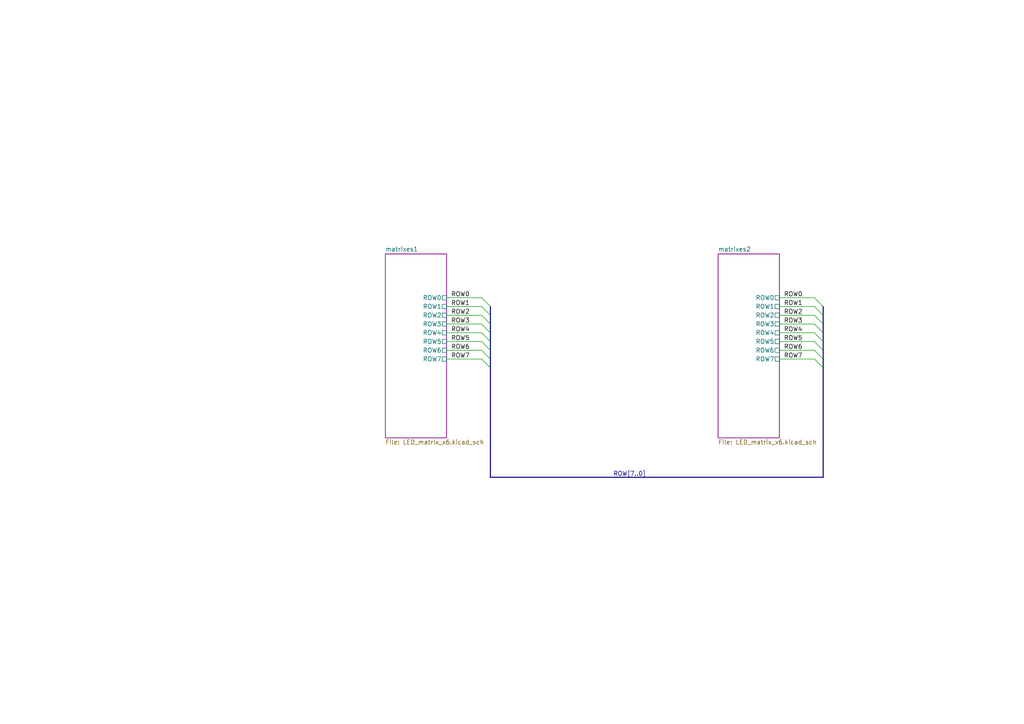
<source format=kicad_sch>
(kicad_sch (version 20201015) (generator eeschema)
  (paper "A4")
  (lib_symbols)
  (bus_alias "SPI" (members "MISO" "MOSI" "SCLK" "~CS"))
  (bus_alias "JTAG" (members "TCK" "TMS" "TDI" "TDO"))
  (bus_entry (at 139.7 86.36) (size 2.54 2.54) (stroke (width 0.1524)))
  (bus_entry (at 139.7 88.9) (size 2.54 2.54) (stroke (width 0.1524)))
  (bus_entry (at 139.7 91.44) (size 2.54 2.54) (stroke (width 0.1524)))
  (bus_entry (at 139.7 93.98) (size 2.54 2.54) (stroke (width 0.1524)))
  (bus_entry (at 139.7 96.52) (size 2.54 2.54) (stroke (width 0.1524)))
  (bus_entry (at 139.7 99.06) (size 2.54 2.54) (stroke (width 0.1524)))
  (bus_entry (at 139.7 101.6) (size 2.54 2.54) (stroke (width 0.1524)))
  (bus_entry (at 139.7 104.14) (size 2.54 2.54) (stroke (width 0.1524)))
  (bus_entry (at 236.22 86.36) (size 2.54 2.54) (stroke (width 0.1524)))
  (bus_entry (at 236.22 88.9) (size 2.54 2.54) (stroke (width 0.1524)))
  (bus_entry (at 236.22 91.44) (size 2.54 2.54) (stroke (width 0.1524)))
  (bus_entry (at 236.22 93.98) (size 2.54 2.54) (stroke (width 0.1524)))
  (bus_entry (at 236.22 96.52) (size 2.54 2.54) (stroke (width 0.1524)))
  (bus_entry (at 236.22 99.06) (size 2.54 2.54) (stroke (width 0.1524)))
  (bus_entry (at 236.22 101.6) (size 2.54 2.54) (stroke (width 0.1524)))
  (bus_entry (at 236.22 104.14) (size 2.54 2.54) (stroke (width 0.1524)))
  (wire (pts (xy 129.54 86.36) (xy 139.7 86.36)))
  (wire (pts (xy 129.54 88.9) (xy 139.7 88.9)))
  (wire (pts (xy 129.54 91.44) (xy 139.7 91.44)))
  (wire (pts (xy 129.54 93.98) (xy 139.7 93.98)))
  (wire (pts (xy 129.54 96.52) (xy 139.7 96.52)))
  (wire (pts (xy 129.54 99.06) (xy 139.7 99.06)))
  (wire (pts (xy 129.54 101.6) (xy 139.7 101.6)))
  (wire (pts (xy 129.54 104.14) (xy 139.7 104.14)))
  (wire (pts (xy 226.06 86.36) (xy 236.22 86.36)))
  (wire (pts (xy 226.06 88.9) (xy 236.22 88.9)))
  (wire (pts (xy 226.06 91.44) (xy 236.22 91.44)))
  (wire (pts (xy 226.06 93.98) (xy 236.22 93.98)))
  (wire (pts (xy 226.06 96.52) (xy 236.22 96.52)))
  (wire (pts (xy 226.06 99.06) (xy 236.22 99.06)))
  (wire (pts (xy 226.06 101.6) (xy 236.22 101.6)))
  (wire (pts (xy 226.06 104.14) (xy 236.22 104.14)))
  (bus (pts (xy 142.24 88.9) (xy 142.24 91.44)))
  (bus (pts (xy 142.24 91.44) (xy 142.24 93.98)))
  (bus (pts (xy 142.24 93.98) (xy 142.24 96.52)))
  (bus (pts (xy 142.24 96.52) (xy 142.24 99.06)))
  (bus (pts (xy 142.24 99.06) (xy 142.24 101.6)))
  (bus (pts (xy 142.24 101.6) (xy 142.24 104.14)))
  (bus (pts (xy 142.24 104.14) (xy 142.24 106.68)))
  (bus (pts (xy 142.24 106.68) (xy 142.24 138.43)))
  (bus (pts (xy 142.24 138.43) (xy 238.76 138.43)))
  (bus (pts (xy 238.76 88.9) (xy 238.76 91.44)))
  (bus (pts (xy 238.76 91.44) (xy 238.76 93.98)))
  (bus (pts (xy 238.76 93.98) (xy 238.76 96.52)))
  (bus (pts (xy 238.76 96.52) (xy 238.76 99.06)))
  (bus (pts (xy 238.76 99.06) (xy 238.76 101.6)))
  (bus (pts (xy 238.76 101.6) (xy 238.76 104.14)))
  (bus (pts (xy 238.76 104.14) (xy 238.76 106.68)))
  (bus (pts (xy 238.76 106.68) (xy 238.76 138.43)))
  (label "ROW0" (at 130.81 86.36 0))
  (label "ROW1" (at 130.81 88.9 0))
  (label "ROW2" (at 130.81 91.44 0))
  (label "ROW3" (at 130.81 93.98 0))
  (label "ROW4" (at 130.81 96.52 0))
  (label "ROW5" (at 130.81 99.06 0))
  (label "ROW6" (at 130.81 101.6 0))
  (label "ROW7" (at 130.81 104.14 0))
  (label "ROW[7..0]" (at 177.8 138.43 0))
  (label "ROW0" (at 227.33 86.36 0))
  (label "ROW1" (at 227.33 88.9 0))
  (label "ROW2" (at 227.33 91.44 0))
  (label "ROW3" (at 227.33 93.98 0))
  (label "ROW4" (at 227.33 96.52 0))
  (label "ROW5" (at 227.33 99.06 0))
  (label "ROW6" (at 227.33 101.6 0))
  (label "ROW7" (at 227.33 104.14 0))
  (sheet (at 111.76 73.66) (size 17.78 53.34) (stroke (width 0.1524) (color 132 0 132 1)) (fill (color 255 255 255 0.0000))
    (property "Sheet name" "matrixes1" (at 111.76 73.0245 0) (effects (justify left bottom)))
    (property "Sheet file" "LED_matrix_x6.kicad_sch" (at 111.76 127.5085 0) (effects (justify left top)))
    (pin "ROW0" passive (at 129.54 86.36 0))
    (pin "ROW1" passive (at 129.54 88.9 0))
    (pin "ROW2" passive (at 129.54 91.44 0))
    (pin "ROW3" passive (at 129.54 93.98 0))
    (pin "ROW4" passive (at 129.54 96.52 0))
    (pin "ROW5" passive (at 129.54 99.06 0))
    (pin "ROW6" passive (at 129.54 101.6 0))
    (pin "ROW7" passive (at 129.54 104.14 0))
  )
  (sheet (at 208.28 73.66) (size 17.78 53.34) (stroke (width 0.1524) (color 132 0 132 1)) (fill (color 255 255 255 0.0000))
    (property "Sheet name" "matrixes2" (at 208.28 73.0245 0) (effects (justify left bottom)))
    (property "Sheet file" "LED_matrix_x6.kicad_sch" (at 208.28 127.5085 0) (effects (justify left top)))
    (pin "ROW0" passive (at 226.06 86.36 0))
    (pin "ROW1" passive (at 226.06 88.9 0))
    (pin "ROW2" passive (at 226.06 91.44 0))
    (pin "ROW3" passive (at 226.06 93.98 0))
    (pin "ROW4" passive (at 226.06 96.52 0))
    (pin "ROW5" passive (at 226.06 99.06 0))
    (pin "ROW6" passive (at 226.06 101.6 0))
    (pin "ROW7" passive (at 226.06 104.14 0))
  )
)
</source>
